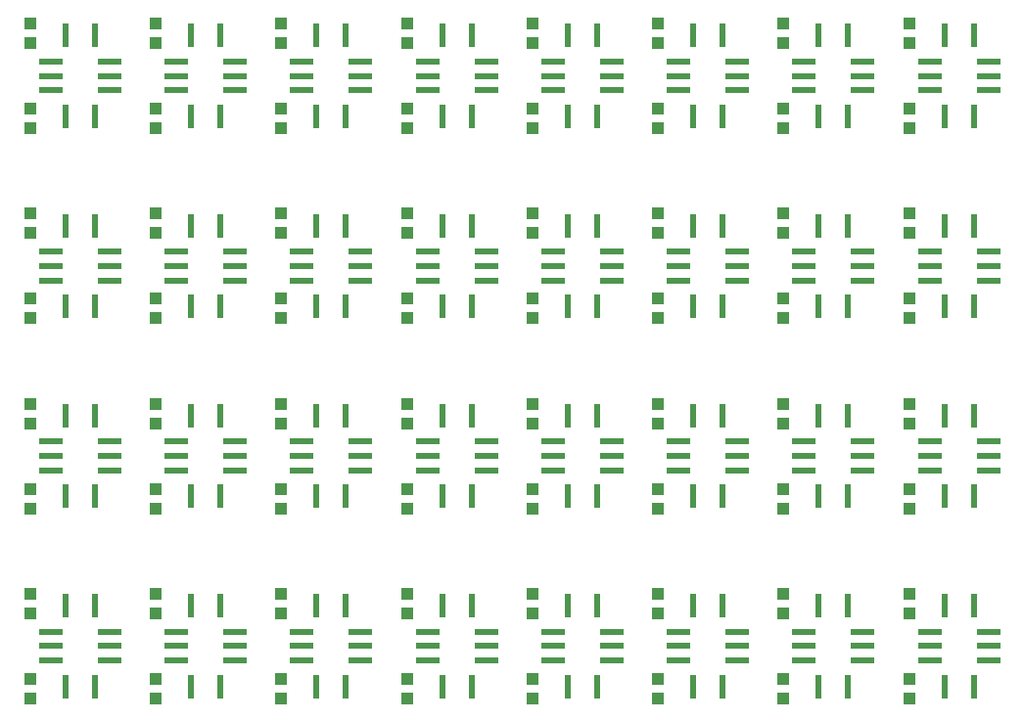
<source format=gtp>
G75*
%MOIN*%
%OFA0B0*%
%FSLAX24Y24*%
%IPPOS*%
%LPD*%
%AMOC8*
5,1,8,0,0,1.08239X$1,22.5*
%
%ADD10R,0.0394X0.0433*%
%ADD11R,0.0787X0.0236*%
%ADD12R,0.0236X0.0787*%
D10*
X003128Y001455D03*
X003128Y002125D03*
X003128Y004355D03*
X003128Y005025D03*
X003128Y007931D03*
X003128Y008600D03*
X003128Y010831D03*
X003128Y011500D03*
X003128Y014407D03*
X003128Y015076D03*
X003128Y017307D03*
X003128Y017976D03*
X003128Y020882D03*
X003128Y021551D03*
X003128Y023782D03*
X003128Y024451D03*
X007403Y024451D03*
X007403Y023782D03*
X007403Y021551D03*
X007403Y020882D03*
X007403Y017976D03*
X007403Y017307D03*
X007403Y015076D03*
X007403Y014407D03*
X007403Y011500D03*
X007403Y010831D03*
X007403Y008600D03*
X007403Y007931D03*
X007403Y005025D03*
X007403Y004355D03*
X007403Y002125D03*
X007403Y001455D03*
X011679Y001455D03*
X011679Y002125D03*
X011679Y004355D03*
X011679Y005025D03*
X011679Y007931D03*
X011679Y008600D03*
X011679Y010831D03*
X011679Y011500D03*
X011679Y014407D03*
X011679Y015076D03*
X011679Y017307D03*
X011679Y017976D03*
X011679Y020882D03*
X011679Y021551D03*
X011679Y023782D03*
X011679Y024451D03*
X015955Y024451D03*
X015955Y023782D03*
X015955Y021551D03*
X015955Y020882D03*
X015955Y017976D03*
X015955Y017307D03*
X015955Y015076D03*
X015955Y014407D03*
X015955Y011500D03*
X015955Y010831D03*
X015955Y008600D03*
X015955Y007931D03*
X015955Y005025D03*
X015955Y004355D03*
X015955Y002125D03*
X015955Y001455D03*
X020230Y001455D03*
X020230Y002125D03*
X020230Y004355D03*
X020230Y005025D03*
X020230Y007931D03*
X020230Y008600D03*
X020230Y010831D03*
X020230Y011500D03*
X020230Y014407D03*
X020230Y015076D03*
X020230Y017307D03*
X020230Y017976D03*
X020230Y020882D03*
X020230Y021551D03*
X020230Y023782D03*
X020230Y024451D03*
X024506Y024451D03*
X024506Y023782D03*
X024506Y021551D03*
X024506Y020882D03*
X028781Y020882D03*
X028781Y021551D03*
X028781Y023782D03*
X028781Y024451D03*
X033057Y024451D03*
X033057Y023782D03*
X033057Y021551D03*
X033057Y020882D03*
X033057Y017976D03*
X033057Y017307D03*
X033057Y015076D03*
X033057Y014407D03*
X033057Y011500D03*
X033057Y010831D03*
X033057Y008600D03*
X033057Y007931D03*
X033057Y005025D03*
X033057Y004355D03*
X033057Y002125D03*
X033057Y001455D03*
X028781Y001455D03*
X028781Y002125D03*
X028781Y004355D03*
X028781Y005025D03*
X024506Y005025D03*
X024506Y004355D03*
X024506Y002125D03*
X024506Y001455D03*
X024506Y007931D03*
X024506Y008600D03*
X024506Y010831D03*
X024506Y011500D03*
X028781Y011500D03*
X028781Y010831D03*
X028781Y008600D03*
X028781Y007931D03*
X028781Y014407D03*
X028781Y015076D03*
X028781Y017307D03*
X028781Y017976D03*
X024506Y017976D03*
X024506Y017307D03*
X024506Y015076D03*
X024506Y014407D03*
D11*
X025206Y015699D03*
X025206Y016191D03*
X025206Y016683D03*
X027206Y016683D03*
X027206Y016191D03*
X027206Y015699D03*
X029481Y015699D03*
X029481Y016191D03*
X029481Y016683D03*
X031481Y016683D03*
X031481Y016191D03*
X031481Y015699D03*
X033757Y015699D03*
X033757Y016191D03*
X033757Y016683D03*
X035757Y016683D03*
X035757Y016191D03*
X035757Y015699D03*
X035757Y010208D03*
X035757Y009716D03*
X035757Y009223D03*
X033757Y009223D03*
X033757Y009716D03*
X033757Y010208D03*
X031481Y010208D03*
X031481Y009716D03*
X031481Y009223D03*
X029481Y009223D03*
X029481Y009716D03*
X029481Y010208D03*
X027206Y010208D03*
X027206Y009716D03*
X027206Y009223D03*
X025206Y009223D03*
X025206Y009716D03*
X025206Y010208D03*
X022930Y010208D03*
X022930Y009716D03*
X022930Y009223D03*
X020930Y009223D03*
X020930Y009716D03*
X020930Y010208D03*
X018655Y010208D03*
X018655Y009716D03*
X018655Y009223D03*
X016655Y009223D03*
X016655Y009716D03*
X016655Y010208D03*
X014379Y010208D03*
X014379Y009716D03*
X014379Y009223D03*
X012379Y009223D03*
X012379Y009716D03*
X012379Y010208D03*
X010103Y010208D03*
X010103Y009716D03*
X010103Y009223D03*
X008103Y009223D03*
X008103Y009716D03*
X008103Y010208D03*
X005828Y010208D03*
X005828Y009716D03*
X005828Y009223D03*
X003828Y009223D03*
X003828Y009716D03*
X003828Y010208D03*
X003828Y015699D03*
X003828Y016191D03*
X003828Y016683D03*
X005828Y016683D03*
X005828Y016191D03*
X005828Y015699D03*
X008103Y015699D03*
X008103Y016191D03*
X008103Y016683D03*
X010103Y016683D03*
X010103Y016191D03*
X010103Y015699D03*
X012379Y015699D03*
X012379Y016191D03*
X012379Y016683D03*
X014379Y016683D03*
X014379Y016191D03*
X014379Y015699D03*
X016655Y015699D03*
X016655Y016191D03*
X016655Y016683D03*
X018655Y016683D03*
X018655Y016191D03*
X018655Y015699D03*
X020930Y015699D03*
X020930Y016191D03*
X020930Y016683D03*
X022930Y016683D03*
X022930Y016191D03*
X022930Y015699D03*
X022930Y022175D03*
X022930Y022667D03*
X022930Y023159D03*
X020930Y023159D03*
X020930Y022667D03*
X020930Y022175D03*
X018655Y022175D03*
X018655Y022667D03*
X018655Y023159D03*
X016655Y023159D03*
X016655Y022667D03*
X016655Y022175D03*
X014379Y022175D03*
X014379Y022667D03*
X014379Y023159D03*
X012379Y023159D03*
X012379Y022667D03*
X012379Y022175D03*
X010103Y022175D03*
X010103Y022667D03*
X010103Y023159D03*
X008103Y023159D03*
X008103Y022667D03*
X008103Y022175D03*
X005828Y022175D03*
X005828Y022667D03*
X005828Y023159D03*
X003828Y023159D03*
X003828Y022667D03*
X003828Y022175D03*
X025206Y022175D03*
X025206Y022667D03*
X025206Y023159D03*
X027206Y023159D03*
X027206Y022667D03*
X027206Y022175D03*
X029481Y022175D03*
X029481Y022667D03*
X029481Y023159D03*
X031481Y023159D03*
X031481Y022667D03*
X031481Y022175D03*
X033757Y022175D03*
X033757Y022667D03*
X033757Y023159D03*
X035757Y023159D03*
X035757Y022667D03*
X035757Y022175D03*
X035757Y003732D03*
X035757Y003240D03*
X035757Y002748D03*
X033757Y002748D03*
X033757Y003240D03*
X033757Y003732D03*
X031481Y003732D03*
X031481Y003240D03*
X031481Y002748D03*
X029481Y002748D03*
X029481Y003240D03*
X029481Y003732D03*
X027206Y003732D03*
X027206Y003240D03*
X027206Y002748D03*
X025206Y002748D03*
X025206Y003240D03*
X025206Y003732D03*
X022930Y003732D03*
X022930Y003240D03*
X022930Y002748D03*
X020930Y002748D03*
X020930Y003240D03*
X020930Y003732D03*
X018655Y003732D03*
X018655Y003240D03*
X018655Y002748D03*
X016655Y002748D03*
X016655Y003240D03*
X016655Y003732D03*
X014379Y003732D03*
X014379Y003240D03*
X014379Y002748D03*
X012379Y002748D03*
X012379Y003240D03*
X012379Y003732D03*
X010103Y003732D03*
X010103Y003240D03*
X010103Y002748D03*
X008103Y002748D03*
X008103Y003240D03*
X008103Y003732D03*
X005828Y003732D03*
X005828Y003240D03*
X005828Y002748D03*
X003828Y002748D03*
X003828Y003240D03*
X003828Y003732D03*
D12*
X004328Y004618D03*
X005328Y004618D03*
X008603Y004618D03*
X009603Y004618D03*
X012879Y004618D03*
X013879Y004618D03*
X017155Y004618D03*
X018155Y004618D03*
X021430Y004618D03*
X022430Y004618D03*
X025706Y004618D03*
X026706Y004618D03*
X029981Y004618D03*
X030981Y004618D03*
X034257Y004618D03*
X035257Y004618D03*
X035257Y001862D03*
X034257Y001862D03*
X030981Y001862D03*
X029981Y001862D03*
X026706Y001862D03*
X025706Y001862D03*
X022430Y001862D03*
X021430Y001862D03*
X018155Y001862D03*
X017155Y001862D03*
X013879Y001862D03*
X012879Y001862D03*
X009603Y001862D03*
X008603Y001862D03*
X005328Y001862D03*
X004328Y001862D03*
X004328Y008338D03*
X005328Y008338D03*
X008603Y008338D03*
X009603Y008338D03*
X012879Y008338D03*
X013879Y008338D03*
X017155Y008338D03*
X018155Y008338D03*
X021430Y008338D03*
X022430Y008338D03*
X025706Y008338D03*
X026706Y008338D03*
X029981Y008338D03*
X030981Y008338D03*
X034257Y008338D03*
X035257Y008338D03*
X035257Y011094D03*
X034257Y011094D03*
X030981Y011094D03*
X029981Y011094D03*
X026706Y011094D03*
X025706Y011094D03*
X022430Y011094D03*
X021430Y011094D03*
X018155Y011094D03*
X017155Y011094D03*
X013879Y011094D03*
X012879Y011094D03*
X009603Y011094D03*
X008603Y011094D03*
X005328Y011094D03*
X004328Y011094D03*
X004328Y014813D03*
X005328Y014813D03*
X008603Y014813D03*
X009603Y014813D03*
X012879Y014813D03*
X013879Y014813D03*
X017155Y014813D03*
X018155Y014813D03*
X021430Y014813D03*
X022430Y014813D03*
X025706Y014813D03*
X026706Y014813D03*
X029981Y014813D03*
X030981Y014813D03*
X034257Y014813D03*
X035257Y014813D03*
X035257Y017569D03*
X034257Y017569D03*
X030981Y017569D03*
X029981Y017569D03*
X026706Y017569D03*
X025706Y017569D03*
X022430Y017569D03*
X021430Y017569D03*
X018155Y017569D03*
X017155Y017569D03*
X013879Y017569D03*
X012879Y017569D03*
X009603Y017569D03*
X008603Y017569D03*
X005328Y017569D03*
X004328Y017569D03*
X004328Y021289D03*
X005328Y021289D03*
X008603Y021289D03*
X009603Y021289D03*
X012879Y021289D03*
X013879Y021289D03*
X017155Y021289D03*
X018155Y021289D03*
X021430Y021289D03*
X022430Y021289D03*
X025706Y021289D03*
X026706Y021289D03*
X029981Y021289D03*
X030981Y021289D03*
X034257Y021289D03*
X035257Y021289D03*
X035257Y024045D03*
X034257Y024045D03*
X030981Y024045D03*
X029981Y024045D03*
X026706Y024045D03*
X025706Y024045D03*
X022430Y024045D03*
X021430Y024045D03*
X018155Y024045D03*
X017155Y024045D03*
X013879Y024045D03*
X012879Y024045D03*
X009603Y024045D03*
X008603Y024045D03*
X005328Y024045D03*
X004328Y024045D03*
M02*

</source>
